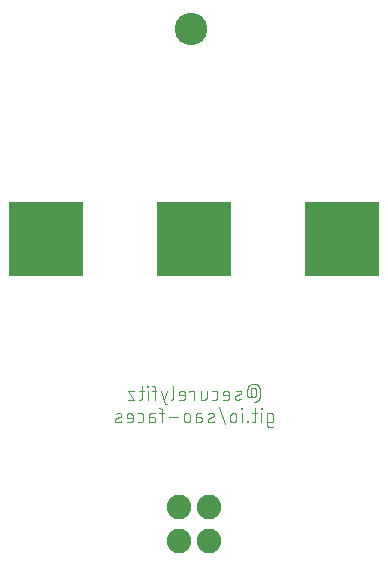
<source format=gbs>
G04 EAGLE Gerber X2 export*
G75*
%MOMM*%
%FSLAX34Y34*%
%LPD*%
%AMOC8*
5,1,8,0,0,1.08239X$1,22.5*%
G01*
%ADD10C,2.743200*%
%ADD11C,0.101600*%
%ADD12R,6.273200X6.273200*%
%ADD13C,2.082800*%


D10*
X238760Y457200D03*
D11*
X289870Y153120D02*
X291818Y153120D01*
X291818Y153119D02*
X291905Y153117D01*
X291993Y153111D01*
X292079Y153101D01*
X292166Y153088D01*
X292251Y153070D01*
X292336Y153049D01*
X292420Y153024D01*
X292502Y152995D01*
X292583Y152962D01*
X292663Y152926D01*
X292741Y152887D01*
X292817Y152843D01*
X292891Y152797D01*
X292962Y152747D01*
X293032Y152694D01*
X293099Y152638D01*
X293163Y152579D01*
X293225Y152517D01*
X293284Y152453D01*
X293340Y152386D01*
X293393Y152316D01*
X293443Y152245D01*
X293489Y152171D01*
X293533Y152095D01*
X293572Y152017D01*
X293608Y151937D01*
X293641Y151856D01*
X293670Y151774D01*
X293695Y151690D01*
X293716Y151605D01*
X293734Y151520D01*
X293747Y151433D01*
X293757Y151347D01*
X293763Y151259D01*
X293765Y151172D01*
X293765Y147278D01*
X293763Y147191D01*
X293757Y147103D01*
X293747Y147017D01*
X293734Y146930D01*
X293716Y146845D01*
X293695Y146760D01*
X293670Y146676D01*
X293641Y146594D01*
X293608Y146513D01*
X293572Y146433D01*
X293533Y146355D01*
X293489Y146279D01*
X293443Y146205D01*
X293393Y146134D01*
X293340Y146064D01*
X293284Y145997D01*
X293225Y145933D01*
X293163Y145871D01*
X293099Y145812D01*
X293032Y145756D01*
X292962Y145703D01*
X292891Y145653D01*
X292817Y145607D01*
X292741Y145563D01*
X292663Y145524D01*
X292583Y145488D01*
X292502Y145455D01*
X292420Y145426D01*
X292336Y145401D01*
X292251Y145380D01*
X292166Y145362D01*
X292079Y145349D01*
X291993Y145339D01*
X291905Y145333D01*
X291818Y145331D01*
X291731Y145333D01*
X291643Y145339D01*
X291557Y145349D01*
X291470Y145362D01*
X291385Y145380D01*
X291300Y145401D01*
X291216Y145426D01*
X291134Y145455D01*
X291053Y145488D01*
X290973Y145524D01*
X290895Y145563D01*
X290819Y145607D01*
X290745Y145653D01*
X290674Y145703D01*
X290604Y145756D01*
X290537Y145812D01*
X290473Y145871D01*
X290411Y145933D01*
X290352Y145997D01*
X290296Y146064D01*
X290243Y146134D01*
X290193Y146205D01*
X290147Y146279D01*
X290103Y146355D01*
X290064Y146433D01*
X290028Y146513D01*
X289995Y146594D01*
X289966Y146676D01*
X289941Y146760D01*
X289920Y146845D01*
X289902Y146930D01*
X289889Y147017D01*
X289879Y147103D01*
X289873Y147191D01*
X289871Y147278D01*
X289870Y146953D02*
X289870Y153120D01*
X289871Y146953D02*
X289869Y146873D01*
X289863Y146794D01*
X289853Y146715D01*
X289840Y146636D01*
X289822Y146559D01*
X289801Y146482D01*
X289776Y146406D01*
X289747Y146332D01*
X289715Y146259D01*
X289679Y146188D01*
X289640Y146119D01*
X289597Y146051D01*
X289552Y145986D01*
X289503Y145923D01*
X289451Y145863D01*
X289396Y145805D01*
X289338Y145750D01*
X289278Y145698D01*
X289215Y145649D01*
X289150Y145604D01*
X289082Y145561D01*
X289013Y145522D01*
X288942Y145486D01*
X288869Y145454D01*
X288795Y145425D01*
X288719Y145400D01*
X288642Y145379D01*
X288565Y145361D01*
X288486Y145348D01*
X288407Y145338D01*
X288328Y145332D01*
X288248Y145330D01*
X288168Y145332D01*
X288089Y145338D01*
X288010Y145348D01*
X287931Y145361D01*
X287854Y145379D01*
X287777Y145400D01*
X287701Y145425D01*
X287627Y145454D01*
X287554Y145486D01*
X287483Y145522D01*
X287414Y145561D01*
X287346Y145604D01*
X287281Y145649D01*
X287218Y145698D01*
X287158Y145750D01*
X287100Y145805D01*
X287045Y145863D01*
X286993Y145923D01*
X286944Y145986D01*
X286899Y146051D01*
X286856Y146119D01*
X286817Y146188D01*
X286781Y146259D01*
X286749Y146332D01*
X286720Y146406D01*
X286695Y146482D01*
X286674Y146559D01*
X286656Y146636D01*
X286643Y146715D01*
X286633Y146794D01*
X286627Y146873D01*
X286625Y146953D01*
X286625Y151821D01*
X286627Y151964D01*
X286633Y152107D01*
X286643Y152250D01*
X286657Y152392D01*
X286674Y152534D01*
X286696Y152676D01*
X286721Y152817D01*
X286751Y152957D01*
X286784Y153096D01*
X286821Y153234D01*
X286862Y153371D01*
X286906Y153507D01*
X286955Y153642D01*
X287007Y153775D01*
X287062Y153907D01*
X287122Y154037D01*
X287185Y154166D01*
X287251Y154293D01*
X287321Y154418D01*
X287394Y154540D01*
X287471Y154661D01*
X287551Y154780D01*
X287634Y154896D01*
X287720Y155011D01*
X287809Y155122D01*
X287902Y155232D01*
X287997Y155338D01*
X288096Y155442D01*
X288197Y155543D01*
X288301Y155642D01*
X288407Y155737D01*
X288517Y155830D01*
X288628Y155919D01*
X288743Y156005D01*
X288859Y156088D01*
X288978Y156168D01*
X289099Y156245D01*
X289222Y156318D01*
X289346Y156388D01*
X289473Y156454D01*
X289602Y156517D01*
X289732Y156577D01*
X289864Y156632D01*
X289997Y156684D01*
X290132Y156733D01*
X290268Y156777D01*
X290405Y156818D01*
X290543Y156855D01*
X290682Y156888D01*
X290822Y156918D01*
X290963Y156943D01*
X291105Y156965D01*
X291247Y156982D01*
X291389Y156996D01*
X291532Y157006D01*
X291675Y157012D01*
X291818Y157014D01*
X291961Y157012D01*
X292104Y157006D01*
X292247Y156996D01*
X292389Y156982D01*
X292531Y156965D01*
X292673Y156943D01*
X292814Y156918D01*
X292954Y156888D01*
X293093Y156855D01*
X293231Y156818D01*
X293368Y156777D01*
X293504Y156733D01*
X293639Y156684D01*
X293772Y156632D01*
X293904Y156577D01*
X294034Y156517D01*
X294163Y156454D01*
X294290Y156388D01*
X294415Y156318D01*
X294537Y156245D01*
X294658Y156168D01*
X294777Y156088D01*
X294893Y156005D01*
X295008Y155919D01*
X295119Y155830D01*
X295229Y155737D01*
X295335Y155642D01*
X295439Y155543D01*
X295540Y155442D01*
X295639Y155338D01*
X295734Y155232D01*
X295827Y155122D01*
X295916Y155011D01*
X296002Y154896D01*
X296085Y154780D01*
X296165Y154661D01*
X296242Y154540D01*
X296315Y154418D01*
X296385Y154293D01*
X296451Y154166D01*
X296514Y154037D01*
X296574Y153907D01*
X296629Y153775D01*
X296681Y153642D01*
X296730Y153507D01*
X296774Y153371D01*
X296815Y153234D01*
X296852Y153096D01*
X296885Y152957D01*
X296915Y152817D01*
X296940Y152676D01*
X296962Y152534D01*
X296979Y152392D01*
X296993Y152250D01*
X297003Y152107D01*
X297009Y151964D01*
X297011Y151821D01*
X297011Y146304D01*
X297009Y146166D01*
X297003Y146028D01*
X296993Y145890D01*
X296980Y145752D01*
X296962Y145615D01*
X296941Y145478D01*
X296915Y145342D01*
X296886Y145207D01*
X296853Y145073D01*
X296816Y144940D01*
X296776Y144807D01*
X296732Y144676D01*
X296684Y144547D01*
X296632Y144418D01*
X296577Y144292D01*
X296518Y144166D01*
X296456Y144043D01*
X296390Y143921D01*
X296321Y143802D01*
X296248Y143684D01*
X296172Y143568D01*
X296093Y143455D01*
X296011Y143344D01*
X295925Y143235D01*
X295837Y143129D01*
X295745Y143025D01*
X295651Y142924D01*
X295554Y142826D01*
X295454Y142730D01*
X295351Y142637D01*
X295246Y142548D01*
X295138Y142461D01*
X295028Y142377D01*
X294916Y142297D01*
X294801Y142219D01*
X294684Y142145D01*
X294566Y142075D01*
X294445Y142007D01*
X294322Y141944D01*
X294198Y141883D01*
X294072Y141826D01*
X293944Y141773D01*
X293815Y141724D01*
X293684Y141678D01*
X293553Y141636D01*
X293420Y141597D01*
X293286Y141563D01*
X293151Y141532D01*
X293016Y141505D01*
X292879Y141482D01*
X292742Y141462D01*
X292605Y141447D01*
X292467Y141436D01*
X280106Y147927D02*
X276860Y146629D01*
X280105Y147926D02*
X280180Y147959D01*
X280254Y147995D01*
X280326Y148034D01*
X280396Y148077D01*
X280463Y148123D01*
X280529Y148173D01*
X280591Y148225D01*
X280652Y148281D01*
X280709Y148339D01*
X280764Y148400D01*
X280815Y148464D01*
X280863Y148530D01*
X280908Y148599D01*
X280950Y148669D01*
X280988Y148742D01*
X281023Y148816D01*
X281054Y148892D01*
X281081Y148969D01*
X281104Y149048D01*
X281124Y149127D01*
X281139Y149208D01*
X281151Y149289D01*
X281159Y149371D01*
X281163Y149452D01*
X281162Y149534D01*
X281158Y149616D01*
X281150Y149698D01*
X281138Y149779D01*
X281122Y149859D01*
X281102Y149939D01*
X281078Y150017D01*
X281050Y150094D01*
X281019Y150170D01*
X280984Y150244D01*
X280946Y150316D01*
X280904Y150387D01*
X280858Y150455D01*
X280810Y150521D01*
X280758Y150584D01*
X280703Y150645D01*
X280645Y150703D01*
X280585Y150759D01*
X280522Y150811D01*
X280456Y150860D01*
X280388Y150906D01*
X280318Y150948D01*
X280246Y150988D01*
X280172Y151023D01*
X280097Y151055D01*
X280020Y151083D01*
X279942Y151107D01*
X279862Y151128D01*
X279782Y151145D01*
X279701Y151157D01*
X279620Y151166D01*
X279538Y151171D01*
X279456Y151172D01*
X279457Y151172D02*
X279280Y151168D01*
X279103Y151159D01*
X278926Y151145D01*
X278749Y151128D01*
X278574Y151106D01*
X278398Y151081D01*
X278224Y151050D01*
X278050Y151016D01*
X277877Y150978D01*
X277705Y150935D01*
X277534Y150888D01*
X277364Y150838D01*
X277195Y150783D01*
X277028Y150724D01*
X276863Y150661D01*
X276698Y150594D01*
X276536Y150523D01*
X276860Y146629D02*
X276785Y146596D01*
X276711Y146560D01*
X276639Y146521D01*
X276569Y146478D01*
X276502Y146432D01*
X276436Y146382D01*
X276374Y146330D01*
X276313Y146274D01*
X276256Y146216D01*
X276201Y146155D01*
X276150Y146091D01*
X276102Y146025D01*
X276057Y145956D01*
X276015Y145886D01*
X275977Y145813D01*
X275942Y145739D01*
X275911Y145663D01*
X275884Y145586D01*
X275861Y145507D01*
X275841Y145428D01*
X275826Y145347D01*
X275814Y145266D01*
X275806Y145184D01*
X275802Y145103D01*
X275803Y145021D01*
X275807Y144939D01*
X275815Y144857D01*
X275827Y144776D01*
X275843Y144696D01*
X275863Y144616D01*
X275887Y144538D01*
X275915Y144461D01*
X275946Y144385D01*
X275981Y144311D01*
X276019Y144239D01*
X276061Y144168D01*
X276107Y144100D01*
X276155Y144034D01*
X276207Y143971D01*
X276262Y143910D01*
X276320Y143852D01*
X276380Y143796D01*
X276443Y143744D01*
X276509Y143695D01*
X276577Y143649D01*
X276647Y143607D01*
X276719Y143567D01*
X276793Y143532D01*
X276868Y143500D01*
X276945Y143472D01*
X277023Y143448D01*
X277103Y143427D01*
X277183Y143410D01*
X277264Y143398D01*
X277345Y143389D01*
X277427Y143384D01*
X277509Y143383D01*
X277769Y143390D01*
X278029Y143403D01*
X278289Y143422D01*
X278548Y143447D01*
X278807Y143479D01*
X279064Y143516D01*
X279321Y143560D01*
X279577Y143609D01*
X279831Y143665D01*
X280084Y143726D01*
X280335Y143794D01*
X280585Y143868D01*
X280833Y143947D01*
X281079Y144032D01*
X269226Y143383D02*
X265980Y143383D01*
X269226Y143383D02*
X269313Y143385D01*
X269401Y143391D01*
X269487Y143401D01*
X269574Y143414D01*
X269659Y143432D01*
X269744Y143453D01*
X269828Y143478D01*
X269910Y143507D01*
X269991Y143540D01*
X270071Y143576D01*
X270149Y143615D01*
X270225Y143659D01*
X270299Y143705D01*
X270370Y143755D01*
X270440Y143808D01*
X270507Y143864D01*
X270571Y143923D01*
X270633Y143985D01*
X270692Y144049D01*
X270748Y144116D01*
X270801Y144186D01*
X270851Y144257D01*
X270897Y144331D01*
X270941Y144407D01*
X270980Y144485D01*
X271016Y144565D01*
X271049Y144646D01*
X271078Y144728D01*
X271103Y144812D01*
X271124Y144897D01*
X271142Y144982D01*
X271155Y145069D01*
X271165Y145155D01*
X271171Y145243D01*
X271173Y145330D01*
X271173Y148576D01*
X271171Y148677D01*
X271165Y148777D01*
X271155Y148877D01*
X271142Y148977D01*
X271124Y149076D01*
X271103Y149175D01*
X271078Y149272D01*
X271049Y149369D01*
X271016Y149464D01*
X270980Y149558D01*
X270940Y149650D01*
X270897Y149741D01*
X270850Y149830D01*
X270800Y149917D01*
X270746Y150003D01*
X270689Y150086D01*
X270629Y150166D01*
X270566Y150245D01*
X270499Y150321D01*
X270430Y150394D01*
X270358Y150464D01*
X270284Y150532D01*
X270207Y150597D01*
X270127Y150658D01*
X270045Y150717D01*
X269961Y150772D01*
X269875Y150824D01*
X269787Y150873D01*
X269697Y150918D01*
X269605Y150960D01*
X269512Y150998D01*
X269417Y151032D01*
X269322Y151063D01*
X269225Y151090D01*
X269127Y151113D01*
X269028Y151133D01*
X268928Y151148D01*
X268828Y151160D01*
X268728Y151168D01*
X268627Y151172D01*
X268527Y151172D01*
X268426Y151168D01*
X268326Y151160D01*
X268226Y151148D01*
X268126Y151133D01*
X268027Y151113D01*
X267929Y151090D01*
X267832Y151063D01*
X267737Y151032D01*
X267642Y150998D01*
X267549Y150960D01*
X267457Y150918D01*
X267367Y150873D01*
X267279Y150824D01*
X267193Y150772D01*
X267109Y150717D01*
X267027Y150658D01*
X266947Y150597D01*
X266870Y150532D01*
X266796Y150464D01*
X266724Y150394D01*
X266655Y150321D01*
X266588Y150245D01*
X266525Y150166D01*
X266465Y150086D01*
X266408Y150003D01*
X266354Y149917D01*
X266304Y149830D01*
X266257Y149741D01*
X266214Y149650D01*
X266174Y149558D01*
X266138Y149464D01*
X266105Y149369D01*
X266076Y149272D01*
X266051Y149175D01*
X266030Y149076D01*
X266012Y148977D01*
X265999Y148877D01*
X265989Y148777D01*
X265983Y148677D01*
X265981Y148576D01*
X265980Y148576D02*
X265980Y147278D01*
X271173Y147278D01*
X259307Y143383D02*
X256710Y143383D01*
X259307Y143383D02*
X259394Y143385D01*
X259482Y143391D01*
X259568Y143401D01*
X259655Y143414D01*
X259740Y143432D01*
X259825Y143453D01*
X259909Y143478D01*
X259991Y143507D01*
X260072Y143540D01*
X260152Y143576D01*
X260230Y143615D01*
X260306Y143659D01*
X260380Y143705D01*
X260451Y143755D01*
X260521Y143808D01*
X260588Y143864D01*
X260652Y143923D01*
X260714Y143985D01*
X260773Y144049D01*
X260829Y144116D01*
X260882Y144186D01*
X260932Y144257D01*
X260978Y144331D01*
X261022Y144407D01*
X261061Y144485D01*
X261097Y144565D01*
X261130Y144646D01*
X261159Y144728D01*
X261184Y144812D01*
X261205Y144897D01*
X261223Y144982D01*
X261236Y145069D01*
X261246Y145155D01*
X261252Y145243D01*
X261254Y145330D01*
X261254Y149225D01*
X261252Y149312D01*
X261246Y149400D01*
X261236Y149486D01*
X261223Y149573D01*
X261205Y149658D01*
X261184Y149743D01*
X261159Y149827D01*
X261130Y149909D01*
X261097Y149990D01*
X261061Y150070D01*
X261022Y150148D01*
X260978Y150224D01*
X260932Y150298D01*
X260882Y150369D01*
X260829Y150439D01*
X260773Y150506D01*
X260714Y150570D01*
X260652Y150632D01*
X260588Y150691D01*
X260521Y150747D01*
X260451Y150800D01*
X260380Y150850D01*
X260306Y150896D01*
X260230Y150940D01*
X260152Y150979D01*
X260072Y151015D01*
X259991Y151048D01*
X259909Y151077D01*
X259825Y151102D01*
X259740Y151123D01*
X259655Y151141D01*
X259568Y151154D01*
X259482Y151164D01*
X259394Y151170D01*
X259307Y151172D01*
X256710Y151172D01*
X252123Y151172D02*
X252123Y145330D01*
X252121Y145243D01*
X252115Y145155D01*
X252105Y145069D01*
X252092Y144982D01*
X252074Y144897D01*
X252053Y144812D01*
X252028Y144728D01*
X251999Y144646D01*
X251966Y144565D01*
X251930Y144485D01*
X251891Y144407D01*
X251847Y144331D01*
X251801Y144257D01*
X251751Y144186D01*
X251698Y144116D01*
X251642Y144049D01*
X251583Y143985D01*
X251521Y143923D01*
X251457Y143864D01*
X251390Y143808D01*
X251320Y143755D01*
X251249Y143705D01*
X251175Y143659D01*
X251099Y143615D01*
X251021Y143576D01*
X250941Y143540D01*
X250860Y143507D01*
X250778Y143478D01*
X250694Y143453D01*
X250609Y143432D01*
X250524Y143414D01*
X250437Y143401D01*
X250351Y143391D01*
X250263Y143385D01*
X250176Y143383D01*
X246930Y143383D01*
X246930Y151172D01*
X241389Y151172D02*
X241389Y143383D01*
X241389Y151172D02*
X237494Y151172D01*
X237494Y149874D01*
X231888Y143383D02*
X228642Y143383D01*
X231888Y143383D02*
X231975Y143385D01*
X232063Y143391D01*
X232149Y143401D01*
X232236Y143414D01*
X232321Y143432D01*
X232406Y143453D01*
X232490Y143478D01*
X232572Y143507D01*
X232653Y143540D01*
X232733Y143576D01*
X232811Y143615D01*
X232887Y143659D01*
X232961Y143705D01*
X233032Y143755D01*
X233102Y143808D01*
X233169Y143864D01*
X233233Y143923D01*
X233295Y143985D01*
X233354Y144049D01*
X233410Y144116D01*
X233463Y144186D01*
X233513Y144257D01*
X233559Y144331D01*
X233603Y144407D01*
X233642Y144485D01*
X233678Y144565D01*
X233711Y144646D01*
X233740Y144728D01*
X233765Y144812D01*
X233786Y144897D01*
X233804Y144982D01*
X233817Y145069D01*
X233827Y145155D01*
X233833Y145243D01*
X233835Y145330D01*
X233835Y148576D01*
X233833Y148677D01*
X233827Y148777D01*
X233817Y148877D01*
X233804Y148977D01*
X233786Y149076D01*
X233765Y149175D01*
X233740Y149272D01*
X233711Y149369D01*
X233678Y149464D01*
X233642Y149558D01*
X233602Y149650D01*
X233559Y149741D01*
X233512Y149830D01*
X233462Y149917D01*
X233408Y150003D01*
X233351Y150086D01*
X233291Y150166D01*
X233228Y150245D01*
X233161Y150321D01*
X233092Y150394D01*
X233020Y150464D01*
X232946Y150532D01*
X232869Y150597D01*
X232789Y150658D01*
X232707Y150717D01*
X232623Y150772D01*
X232537Y150824D01*
X232449Y150873D01*
X232359Y150918D01*
X232267Y150960D01*
X232174Y150998D01*
X232079Y151032D01*
X231984Y151063D01*
X231887Y151090D01*
X231789Y151113D01*
X231690Y151133D01*
X231590Y151148D01*
X231490Y151160D01*
X231390Y151168D01*
X231289Y151172D01*
X231189Y151172D01*
X231088Y151168D01*
X230988Y151160D01*
X230888Y151148D01*
X230788Y151133D01*
X230689Y151113D01*
X230591Y151090D01*
X230494Y151063D01*
X230399Y151032D01*
X230304Y150998D01*
X230211Y150960D01*
X230119Y150918D01*
X230029Y150873D01*
X229941Y150824D01*
X229855Y150772D01*
X229771Y150717D01*
X229689Y150658D01*
X229609Y150597D01*
X229532Y150532D01*
X229458Y150464D01*
X229386Y150394D01*
X229317Y150321D01*
X229250Y150245D01*
X229187Y150166D01*
X229127Y150086D01*
X229070Y150003D01*
X229016Y149917D01*
X228966Y149830D01*
X228919Y149741D01*
X228876Y149650D01*
X228836Y149558D01*
X228800Y149464D01*
X228767Y149369D01*
X228738Y149272D01*
X228713Y149175D01*
X228692Y149076D01*
X228674Y148977D01*
X228661Y148877D01*
X228651Y148777D01*
X228645Y148677D01*
X228643Y148576D01*
X228642Y148576D02*
X228642Y147278D01*
X233835Y147278D01*
X223780Y145330D02*
X223780Y155067D01*
X223779Y145330D02*
X223777Y145243D01*
X223771Y145155D01*
X223761Y145069D01*
X223748Y144982D01*
X223730Y144897D01*
X223709Y144812D01*
X223684Y144728D01*
X223655Y144646D01*
X223622Y144565D01*
X223586Y144485D01*
X223547Y144407D01*
X223503Y144331D01*
X223457Y144257D01*
X223407Y144186D01*
X223354Y144116D01*
X223298Y144049D01*
X223239Y143985D01*
X223177Y143923D01*
X223113Y143864D01*
X223046Y143808D01*
X222976Y143755D01*
X222905Y143705D01*
X222831Y143659D01*
X222755Y143615D01*
X222677Y143576D01*
X222597Y143540D01*
X222516Y143507D01*
X222434Y143478D01*
X222350Y143453D01*
X222265Y143432D01*
X222180Y143414D01*
X222093Y143401D01*
X222007Y143391D01*
X221919Y143385D01*
X221832Y143383D01*
X218214Y139488D02*
X216916Y139488D01*
X213021Y151172D01*
X218214Y151172D02*
X215618Y143383D01*
X208063Y143383D02*
X208063Y153120D01*
X208062Y153120D02*
X208060Y153207D01*
X208054Y153295D01*
X208044Y153381D01*
X208031Y153468D01*
X208013Y153553D01*
X207992Y153638D01*
X207967Y153722D01*
X207938Y153804D01*
X207905Y153885D01*
X207869Y153965D01*
X207830Y154043D01*
X207786Y154119D01*
X207740Y154193D01*
X207690Y154264D01*
X207637Y154334D01*
X207581Y154401D01*
X207522Y154465D01*
X207460Y154527D01*
X207396Y154586D01*
X207329Y154642D01*
X207259Y154695D01*
X207188Y154745D01*
X207114Y154791D01*
X207038Y154835D01*
X206960Y154874D01*
X206880Y154910D01*
X206799Y154943D01*
X206717Y154972D01*
X206633Y154997D01*
X206548Y155018D01*
X206463Y155036D01*
X206376Y155049D01*
X206290Y155059D01*
X206202Y155065D01*
X206115Y155067D01*
X205466Y155067D01*
X205466Y151172D02*
X209361Y151172D01*
X202283Y151172D02*
X202283Y143383D01*
X202607Y154418D02*
X202607Y155067D01*
X201958Y155067D01*
X201958Y154418D01*
X202607Y154418D01*
X198608Y151172D02*
X194713Y151172D01*
X197309Y155067D02*
X197309Y145330D01*
X197307Y145243D01*
X197301Y145155D01*
X197291Y145069D01*
X197278Y144982D01*
X197260Y144897D01*
X197239Y144812D01*
X197214Y144728D01*
X197185Y144646D01*
X197152Y144565D01*
X197116Y144485D01*
X197077Y144407D01*
X197033Y144331D01*
X196987Y144257D01*
X196937Y144186D01*
X196884Y144116D01*
X196828Y144049D01*
X196769Y143985D01*
X196707Y143923D01*
X196643Y143864D01*
X196576Y143808D01*
X196506Y143755D01*
X196435Y143705D01*
X196361Y143659D01*
X196285Y143615D01*
X196207Y143576D01*
X196127Y143540D01*
X196046Y143507D01*
X195964Y143478D01*
X195880Y143453D01*
X195795Y143432D01*
X195710Y143414D01*
X195623Y143401D01*
X195537Y143391D01*
X195449Y143385D01*
X195362Y143383D01*
X194713Y143383D01*
X190782Y151172D02*
X185589Y151172D01*
X190782Y143383D01*
X185589Y143383D01*
X303284Y124333D02*
X306530Y124333D01*
X306617Y124335D01*
X306705Y124341D01*
X306791Y124351D01*
X306878Y124364D01*
X306963Y124382D01*
X307048Y124403D01*
X307132Y124428D01*
X307214Y124457D01*
X307295Y124490D01*
X307375Y124526D01*
X307453Y124565D01*
X307529Y124609D01*
X307603Y124655D01*
X307674Y124705D01*
X307744Y124758D01*
X307811Y124814D01*
X307875Y124873D01*
X307937Y124935D01*
X307996Y124999D01*
X308052Y125066D01*
X308105Y125136D01*
X308155Y125207D01*
X308201Y125281D01*
X308245Y125357D01*
X308284Y125435D01*
X308320Y125515D01*
X308353Y125596D01*
X308382Y125678D01*
X308407Y125762D01*
X308428Y125847D01*
X308446Y125932D01*
X308459Y126019D01*
X308469Y126105D01*
X308475Y126193D01*
X308477Y126280D01*
X308477Y130175D01*
X308475Y130262D01*
X308469Y130350D01*
X308459Y130436D01*
X308446Y130523D01*
X308428Y130608D01*
X308407Y130693D01*
X308382Y130777D01*
X308353Y130859D01*
X308320Y130940D01*
X308284Y131020D01*
X308245Y131098D01*
X308201Y131174D01*
X308155Y131248D01*
X308105Y131319D01*
X308052Y131389D01*
X307996Y131456D01*
X307937Y131520D01*
X307875Y131582D01*
X307811Y131641D01*
X307744Y131697D01*
X307674Y131750D01*
X307603Y131800D01*
X307529Y131846D01*
X307453Y131890D01*
X307375Y131929D01*
X307295Y131965D01*
X307214Y131998D01*
X307132Y132027D01*
X307048Y132052D01*
X306963Y132073D01*
X306878Y132091D01*
X306791Y132104D01*
X306705Y132114D01*
X306617Y132120D01*
X306530Y132122D01*
X303284Y132122D01*
X303284Y122386D01*
X303285Y122386D02*
X303287Y122299D01*
X303293Y122211D01*
X303303Y122125D01*
X303316Y122038D01*
X303334Y121953D01*
X303355Y121868D01*
X303380Y121784D01*
X303409Y121702D01*
X303442Y121621D01*
X303478Y121541D01*
X303517Y121463D01*
X303561Y121387D01*
X303607Y121313D01*
X303657Y121242D01*
X303710Y121172D01*
X303766Y121105D01*
X303825Y121041D01*
X303887Y120979D01*
X303951Y120920D01*
X304018Y120864D01*
X304088Y120811D01*
X304159Y120761D01*
X304233Y120715D01*
X304309Y120671D01*
X304387Y120632D01*
X304467Y120596D01*
X304548Y120563D01*
X304630Y120534D01*
X304714Y120509D01*
X304799Y120488D01*
X304884Y120470D01*
X304971Y120457D01*
X305057Y120447D01*
X305145Y120441D01*
X305232Y120439D01*
X305232Y120438D02*
X307828Y120438D01*
X298202Y124333D02*
X298202Y132122D01*
X298526Y135368D02*
X298526Y136017D01*
X297877Y136017D01*
X297877Y135368D01*
X298526Y135368D01*
X294526Y132122D02*
X290632Y132122D01*
X293228Y136017D02*
X293228Y126280D01*
X293226Y126193D01*
X293220Y126105D01*
X293210Y126019D01*
X293197Y125932D01*
X293179Y125847D01*
X293158Y125762D01*
X293133Y125678D01*
X293104Y125596D01*
X293071Y125515D01*
X293035Y125435D01*
X292996Y125357D01*
X292952Y125281D01*
X292906Y125207D01*
X292856Y125136D01*
X292803Y125066D01*
X292747Y124999D01*
X292688Y124935D01*
X292626Y124873D01*
X292562Y124814D01*
X292495Y124758D01*
X292425Y124705D01*
X292354Y124655D01*
X292280Y124609D01*
X292204Y124565D01*
X292126Y124526D01*
X292046Y124490D01*
X291965Y124457D01*
X291883Y124428D01*
X291799Y124403D01*
X291714Y124382D01*
X291629Y124364D01*
X291542Y124351D01*
X291456Y124341D01*
X291368Y124335D01*
X291281Y124333D01*
X290632Y124333D01*
X286715Y124333D02*
X286715Y124982D01*
X286066Y124982D01*
X286066Y124333D01*
X286715Y124333D01*
X281819Y124333D02*
X281819Y132122D01*
X282143Y135368D02*
X282143Y136017D01*
X281494Y136017D01*
X281494Y135368D01*
X282143Y135368D01*
X277176Y129526D02*
X277176Y126929D01*
X277176Y129526D02*
X277174Y129627D01*
X277168Y129727D01*
X277158Y129827D01*
X277145Y129927D01*
X277127Y130026D01*
X277106Y130125D01*
X277081Y130222D01*
X277052Y130319D01*
X277019Y130414D01*
X276983Y130508D01*
X276943Y130600D01*
X276900Y130691D01*
X276853Y130780D01*
X276803Y130867D01*
X276749Y130953D01*
X276692Y131036D01*
X276632Y131116D01*
X276569Y131195D01*
X276502Y131271D01*
X276433Y131344D01*
X276361Y131414D01*
X276287Y131482D01*
X276210Y131547D01*
X276130Y131608D01*
X276048Y131667D01*
X275964Y131722D01*
X275878Y131774D01*
X275790Y131823D01*
X275700Y131868D01*
X275608Y131910D01*
X275515Y131948D01*
X275420Y131982D01*
X275325Y132013D01*
X275228Y132040D01*
X275130Y132063D01*
X275031Y132083D01*
X274931Y132098D01*
X274831Y132110D01*
X274731Y132118D01*
X274630Y132122D01*
X274530Y132122D01*
X274429Y132118D01*
X274329Y132110D01*
X274229Y132098D01*
X274129Y132083D01*
X274030Y132063D01*
X273932Y132040D01*
X273835Y132013D01*
X273740Y131982D01*
X273645Y131948D01*
X273552Y131910D01*
X273460Y131868D01*
X273370Y131823D01*
X273282Y131774D01*
X273196Y131722D01*
X273112Y131667D01*
X273030Y131608D01*
X272950Y131547D01*
X272873Y131482D01*
X272799Y131414D01*
X272727Y131344D01*
X272658Y131271D01*
X272591Y131195D01*
X272528Y131116D01*
X272468Y131036D01*
X272411Y130953D01*
X272357Y130867D01*
X272307Y130780D01*
X272260Y130691D01*
X272217Y130600D01*
X272177Y130508D01*
X272141Y130414D01*
X272108Y130319D01*
X272079Y130222D01*
X272054Y130125D01*
X272033Y130026D01*
X272015Y129927D01*
X272002Y129827D01*
X271992Y129727D01*
X271986Y129627D01*
X271984Y129526D01*
X271983Y129526D02*
X271983Y126929D01*
X271984Y126929D02*
X271986Y126828D01*
X271992Y126728D01*
X272002Y126628D01*
X272015Y126528D01*
X272033Y126429D01*
X272054Y126330D01*
X272079Y126233D01*
X272108Y126136D01*
X272141Y126041D01*
X272177Y125947D01*
X272217Y125855D01*
X272260Y125764D01*
X272307Y125675D01*
X272357Y125588D01*
X272411Y125502D01*
X272468Y125419D01*
X272528Y125339D01*
X272591Y125260D01*
X272658Y125184D01*
X272727Y125111D01*
X272799Y125041D01*
X272873Y124973D01*
X272950Y124908D01*
X273030Y124847D01*
X273112Y124788D01*
X273196Y124733D01*
X273282Y124681D01*
X273370Y124632D01*
X273460Y124587D01*
X273552Y124545D01*
X273645Y124507D01*
X273740Y124473D01*
X273835Y124442D01*
X273932Y124415D01*
X274030Y124392D01*
X274129Y124372D01*
X274229Y124357D01*
X274329Y124345D01*
X274429Y124337D01*
X274530Y124333D01*
X274630Y124333D01*
X274731Y124337D01*
X274831Y124345D01*
X274931Y124357D01*
X275031Y124372D01*
X275130Y124392D01*
X275228Y124415D01*
X275325Y124442D01*
X275420Y124473D01*
X275515Y124507D01*
X275608Y124545D01*
X275700Y124587D01*
X275790Y124632D01*
X275878Y124681D01*
X275964Y124733D01*
X276048Y124788D01*
X276130Y124847D01*
X276210Y124908D01*
X276287Y124973D01*
X276361Y125041D01*
X276433Y125111D01*
X276502Y125184D01*
X276569Y125260D01*
X276632Y125339D01*
X276692Y125419D01*
X276749Y125502D01*
X276803Y125588D01*
X276853Y125675D01*
X276900Y125764D01*
X276943Y125855D01*
X276983Y125947D01*
X277019Y126041D01*
X277052Y126136D01*
X277081Y126233D01*
X277106Y126330D01*
X277127Y126429D01*
X277145Y126528D01*
X277158Y126628D01*
X277168Y126728D01*
X277174Y126828D01*
X277176Y126929D01*
X267651Y123035D02*
X262458Y137315D01*
X257153Y128877D02*
X253907Y127579D01*
X257153Y128876D02*
X257228Y128909D01*
X257302Y128945D01*
X257374Y128984D01*
X257444Y129027D01*
X257511Y129073D01*
X257577Y129123D01*
X257639Y129175D01*
X257700Y129231D01*
X257757Y129289D01*
X257812Y129350D01*
X257863Y129414D01*
X257911Y129480D01*
X257956Y129549D01*
X257998Y129619D01*
X258036Y129692D01*
X258071Y129766D01*
X258102Y129842D01*
X258129Y129919D01*
X258152Y129998D01*
X258172Y130077D01*
X258187Y130158D01*
X258199Y130239D01*
X258207Y130321D01*
X258211Y130402D01*
X258210Y130484D01*
X258206Y130566D01*
X258198Y130648D01*
X258186Y130729D01*
X258170Y130809D01*
X258150Y130889D01*
X258126Y130967D01*
X258098Y131044D01*
X258067Y131120D01*
X258032Y131194D01*
X257994Y131266D01*
X257952Y131337D01*
X257906Y131405D01*
X257858Y131471D01*
X257806Y131534D01*
X257751Y131595D01*
X257693Y131653D01*
X257633Y131709D01*
X257570Y131761D01*
X257504Y131810D01*
X257436Y131856D01*
X257366Y131898D01*
X257294Y131938D01*
X257220Y131973D01*
X257145Y132005D01*
X257068Y132033D01*
X256990Y132057D01*
X256910Y132078D01*
X256830Y132095D01*
X256749Y132107D01*
X256668Y132116D01*
X256586Y132121D01*
X256504Y132122D01*
X256327Y132118D01*
X256150Y132109D01*
X255973Y132095D01*
X255796Y132078D01*
X255621Y132056D01*
X255445Y132031D01*
X255271Y132000D01*
X255097Y131966D01*
X254924Y131928D01*
X254752Y131885D01*
X254581Y131838D01*
X254411Y131788D01*
X254242Y131733D01*
X254075Y131674D01*
X253910Y131611D01*
X253745Y131544D01*
X253583Y131473D01*
X253907Y127579D02*
X253832Y127546D01*
X253758Y127510D01*
X253686Y127471D01*
X253616Y127428D01*
X253549Y127382D01*
X253483Y127332D01*
X253421Y127280D01*
X253360Y127224D01*
X253303Y127166D01*
X253248Y127105D01*
X253197Y127041D01*
X253149Y126975D01*
X253104Y126906D01*
X253062Y126836D01*
X253024Y126763D01*
X252989Y126689D01*
X252958Y126613D01*
X252931Y126536D01*
X252908Y126457D01*
X252888Y126378D01*
X252873Y126297D01*
X252861Y126216D01*
X252853Y126134D01*
X252849Y126053D01*
X252850Y125971D01*
X252854Y125889D01*
X252862Y125807D01*
X252874Y125726D01*
X252890Y125646D01*
X252910Y125566D01*
X252934Y125488D01*
X252962Y125411D01*
X252993Y125335D01*
X253028Y125261D01*
X253066Y125189D01*
X253108Y125118D01*
X253154Y125050D01*
X253202Y124984D01*
X253254Y124921D01*
X253309Y124860D01*
X253367Y124802D01*
X253427Y124746D01*
X253490Y124694D01*
X253556Y124645D01*
X253624Y124599D01*
X253694Y124557D01*
X253766Y124517D01*
X253840Y124482D01*
X253915Y124450D01*
X253992Y124422D01*
X254070Y124398D01*
X254150Y124377D01*
X254230Y124360D01*
X254311Y124348D01*
X254392Y124339D01*
X254474Y124334D01*
X254556Y124333D01*
X254816Y124340D01*
X255076Y124353D01*
X255336Y124372D01*
X255595Y124397D01*
X255854Y124429D01*
X256111Y124466D01*
X256368Y124510D01*
X256624Y124559D01*
X256878Y124615D01*
X257131Y124676D01*
X257382Y124744D01*
X257632Y124818D01*
X257880Y124897D01*
X258126Y124982D01*
X246007Y128877D02*
X243086Y128877D01*
X246007Y128877D02*
X246101Y128875D01*
X246195Y128869D01*
X246288Y128860D01*
X246381Y128846D01*
X246473Y128829D01*
X246565Y128807D01*
X246655Y128783D01*
X246745Y128754D01*
X246833Y128722D01*
X246920Y128686D01*
X247005Y128646D01*
X247088Y128603D01*
X247170Y128557D01*
X247250Y128507D01*
X247327Y128454D01*
X247402Y128398D01*
X247475Y128339D01*
X247546Y128277D01*
X247614Y128212D01*
X247679Y128144D01*
X247741Y128073D01*
X247800Y128000D01*
X247856Y127925D01*
X247909Y127848D01*
X247959Y127768D01*
X248005Y127686D01*
X248048Y127603D01*
X248088Y127518D01*
X248124Y127431D01*
X248156Y127343D01*
X248185Y127253D01*
X248209Y127163D01*
X248231Y127071D01*
X248248Y126979D01*
X248262Y126886D01*
X248271Y126793D01*
X248277Y126699D01*
X248279Y126605D01*
X248277Y126511D01*
X248271Y126417D01*
X248262Y126324D01*
X248248Y126231D01*
X248231Y126139D01*
X248209Y126047D01*
X248185Y125957D01*
X248156Y125867D01*
X248124Y125779D01*
X248088Y125692D01*
X248048Y125607D01*
X248005Y125524D01*
X247959Y125442D01*
X247909Y125362D01*
X247856Y125285D01*
X247800Y125210D01*
X247741Y125137D01*
X247679Y125066D01*
X247614Y124998D01*
X247546Y124933D01*
X247475Y124871D01*
X247402Y124812D01*
X247327Y124756D01*
X247250Y124703D01*
X247170Y124653D01*
X247088Y124607D01*
X247005Y124564D01*
X246920Y124524D01*
X246833Y124488D01*
X246745Y124456D01*
X246655Y124427D01*
X246565Y124403D01*
X246473Y124381D01*
X246381Y124364D01*
X246288Y124350D01*
X246195Y124341D01*
X246101Y124335D01*
X246007Y124333D01*
X243086Y124333D01*
X243086Y130175D01*
X243087Y130175D02*
X243089Y130262D01*
X243095Y130350D01*
X243105Y130436D01*
X243118Y130523D01*
X243136Y130608D01*
X243157Y130693D01*
X243182Y130777D01*
X243211Y130859D01*
X243244Y130940D01*
X243280Y131020D01*
X243319Y131098D01*
X243363Y131174D01*
X243409Y131248D01*
X243459Y131319D01*
X243512Y131389D01*
X243568Y131456D01*
X243627Y131521D01*
X243689Y131582D01*
X243753Y131641D01*
X243820Y131697D01*
X243890Y131750D01*
X243961Y131800D01*
X244035Y131846D01*
X244111Y131890D01*
X244189Y131929D01*
X244269Y131965D01*
X244350Y131998D01*
X244432Y132027D01*
X244516Y132052D01*
X244601Y132073D01*
X244686Y132091D01*
X244773Y132104D01*
X244860Y132114D01*
X244947Y132120D01*
X245034Y132122D01*
X247630Y132122D01*
X237933Y129526D02*
X237933Y126929D01*
X237933Y129526D02*
X237931Y129627D01*
X237925Y129727D01*
X237915Y129827D01*
X237902Y129927D01*
X237884Y130026D01*
X237863Y130125D01*
X237838Y130222D01*
X237809Y130319D01*
X237776Y130414D01*
X237740Y130508D01*
X237700Y130600D01*
X237657Y130691D01*
X237610Y130780D01*
X237560Y130867D01*
X237506Y130953D01*
X237449Y131036D01*
X237389Y131116D01*
X237326Y131195D01*
X237259Y131271D01*
X237190Y131344D01*
X237118Y131414D01*
X237044Y131482D01*
X236967Y131547D01*
X236887Y131608D01*
X236805Y131667D01*
X236721Y131722D01*
X236635Y131774D01*
X236547Y131823D01*
X236457Y131868D01*
X236365Y131910D01*
X236272Y131948D01*
X236177Y131982D01*
X236082Y132013D01*
X235985Y132040D01*
X235887Y132063D01*
X235788Y132083D01*
X235688Y132098D01*
X235588Y132110D01*
X235488Y132118D01*
X235387Y132122D01*
X235287Y132122D01*
X235186Y132118D01*
X235086Y132110D01*
X234986Y132098D01*
X234886Y132083D01*
X234787Y132063D01*
X234689Y132040D01*
X234592Y132013D01*
X234497Y131982D01*
X234402Y131948D01*
X234309Y131910D01*
X234217Y131868D01*
X234127Y131823D01*
X234039Y131774D01*
X233953Y131722D01*
X233869Y131667D01*
X233787Y131608D01*
X233707Y131547D01*
X233630Y131482D01*
X233556Y131414D01*
X233484Y131344D01*
X233415Y131271D01*
X233348Y131195D01*
X233285Y131116D01*
X233225Y131036D01*
X233168Y130953D01*
X233114Y130867D01*
X233064Y130780D01*
X233017Y130691D01*
X232974Y130600D01*
X232934Y130508D01*
X232898Y130414D01*
X232865Y130319D01*
X232836Y130222D01*
X232811Y130125D01*
X232790Y130026D01*
X232772Y129927D01*
X232759Y129827D01*
X232749Y129727D01*
X232743Y129627D01*
X232741Y129526D01*
X232740Y129526D02*
X232740Y126929D01*
X232741Y126929D02*
X232743Y126828D01*
X232749Y126728D01*
X232759Y126628D01*
X232772Y126528D01*
X232790Y126429D01*
X232811Y126330D01*
X232836Y126233D01*
X232865Y126136D01*
X232898Y126041D01*
X232934Y125947D01*
X232974Y125855D01*
X233017Y125764D01*
X233064Y125675D01*
X233114Y125588D01*
X233168Y125502D01*
X233225Y125419D01*
X233285Y125339D01*
X233348Y125260D01*
X233415Y125184D01*
X233484Y125111D01*
X233556Y125041D01*
X233630Y124973D01*
X233707Y124908D01*
X233787Y124847D01*
X233869Y124788D01*
X233953Y124733D01*
X234039Y124681D01*
X234127Y124632D01*
X234217Y124587D01*
X234309Y124545D01*
X234402Y124507D01*
X234497Y124473D01*
X234592Y124442D01*
X234689Y124415D01*
X234787Y124392D01*
X234886Y124372D01*
X234986Y124357D01*
X235086Y124345D01*
X235186Y124337D01*
X235287Y124333D01*
X235387Y124333D01*
X235488Y124337D01*
X235588Y124345D01*
X235688Y124357D01*
X235788Y124372D01*
X235887Y124392D01*
X235985Y124415D01*
X236082Y124442D01*
X236177Y124473D01*
X236272Y124507D01*
X236365Y124545D01*
X236457Y124587D01*
X236547Y124632D01*
X236635Y124681D01*
X236721Y124733D01*
X236805Y124788D01*
X236887Y124847D01*
X236967Y124908D01*
X237044Y124973D01*
X237118Y125041D01*
X237190Y125111D01*
X237259Y125184D01*
X237326Y125260D01*
X237389Y125339D01*
X237449Y125419D01*
X237506Y125502D01*
X237560Y125588D01*
X237610Y125675D01*
X237657Y125764D01*
X237700Y125855D01*
X237740Y125947D01*
X237776Y126041D01*
X237809Y126136D01*
X237838Y126233D01*
X237863Y126330D01*
X237884Y126429D01*
X237902Y126528D01*
X237915Y126628D01*
X237925Y126728D01*
X237931Y126828D01*
X237933Y126929D01*
X227802Y128877D02*
X220012Y128877D01*
X214447Y124333D02*
X214447Y134070D01*
X214446Y134070D02*
X214444Y134157D01*
X214438Y134245D01*
X214428Y134331D01*
X214415Y134418D01*
X214397Y134503D01*
X214376Y134588D01*
X214351Y134672D01*
X214322Y134754D01*
X214289Y134835D01*
X214253Y134915D01*
X214214Y134993D01*
X214170Y135069D01*
X214124Y135143D01*
X214074Y135214D01*
X214021Y135284D01*
X213965Y135351D01*
X213906Y135415D01*
X213844Y135477D01*
X213780Y135536D01*
X213713Y135592D01*
X213643Y135645D01*
X213572Y135695D01*
X213498Y135741D01*
X213422Y135785D01*
X213344Y135824D01*
X213264Y135860D01*
X213183Y135893D01*
X213101Y135922D01*
X213017Y135947D01*
X212932Y135968D01*
X212847Y135986D01*
X212760Y135999D01*
X212674Y136009D01*
X212586Y136015D01*
X212499Y136017D01*
X211850Y136017D01*
X211850Y132122D02*
X215745Y132122D01*
X206383Y128877D02*
X203462Y128877D01*
X206383Y128877D02*
X206477Y128875D01*
X206571Y128869D01*
X206664Y128860D01*
X206757Y128846D01*
X206849Y128829D01*
X206941Y128807D01*
X207031Y128783D01*
X207121Y128754D01*
X207209Y128722D01*
X207296Y128686D01*
X207381Y128646D01*
X207464Y128603D01*
X207546Y128557D01*
X207626Y128507D01*
X207703Y128454D01*
X207778Y128398D01*
X207851Y128339D01*
X207922Y128277D01*
X207990Y128212D01*
X208055Y128144D01*
X208117Y128073D01*
X208176Y128000D01*
X208232Y127925D01*
X208285Y127848D01*
X208335Y127768D01*
X208381Y127686D01*
X208424Y127603D01*
X208464Y127518D01*
X208500Y127431D01*
X208532Y127343D01*
X208561Y127253D01*
X208585Y127163D01*
X208607Y127071D01*
X208624Y126979D01*
X208638Y126886D01*
X208647Y126793D01*
X208653Y126699D01*
X208655Y126605D01*
X208653Y126511D01*
X208647Y126417D01*
X208638Y126324D01*
X208624Y126231D01*
X208607Y126139D01*
X208585Y126047D01*
X208561Y125957D01*
X208532Y125867D01*
X208500Y125779D01*
X208464Y125692D01*
X208424Y125607D01*
X208381Y125524D01*
X208335Y125442D01*
X208285Y125362D01*
X208232Y125285D01*
X208176Y125210D01*
X208117Y125137D01*
X208055Y125066D01*
X207990Y124998D01*
X207922Y124933D01*
X207851Y124871D01*
X207778Y124812D01*
X207703Y124756D01*
X207626Y124703D01*
X207546Y124653D01*
X207464Y124607D01*
X207381Y124564D01*
X207296Y124524D01*
X207209Y124488D01*
X207121Y124456D01*
X207031Y124427D01*
X206941Y124403D01*
X206849Y124381D01*
X206757Y124364D01*
X206664Y124350D01*
X206571Y124341D01*
X206477Y124335D01*
X206383Y124333D01*
X203462Y124333D01*
X203462Y130175D01*
X203463Y130175D02*
X203465Y130262D01*
X203471Y130350D01*
X203481Y130436D01*
X203494Y130523D01*
X203512Y130608D01*
X203533Y130693D01*
X203558Y130777D01*
X203587Y130859D01*
X203620Y130940D01*
X203656Y131020D01*
X203695Y131098D01*
X203739Y131174D01*
X203785Y131248D01*
X203835Y131319D01*
X203888Y131389D01*
X203944Y131456D01*
X204003Y131521D01*
X204065Y131582D01*
X204129Y131641D01*
X204196Y131697D01*
X204266Y131750D01*
X204337Y131800D01*
X204411Y131846D01*
X204487Y131890D01*
X204565Y131929D01*
X204645Y131965D01*
X204726Y131998D01*
X204808Y132027D01*
X204892Y132052D01*
X204977Y132073D01*
X205062Y132091D01*
X205149Y132104D01*
X205236Y132114D01*
X205323Y132120D01*
X205410Y132122D01*
X208006Y132122D01*
X196349Y124333D02*
X193752Y124333D01*
X196349Y124333D02*
X196436Y124335D01*
X196524Y124341D01*
X196610Y124351D01*
X196697Y124364D01*
X196782Y124382D01*
X196867Y124403D01*
X196951Y124428D01*
X197033Y124457D01*
X197114Y124490D01*
X197194Y124526D01*
X197272Y124565D01*
X197348Y124609D01*
X197422Y124655D01*
X197493Y124705D01*
X197563Y124758D01*
X197630Y124814D01*
X197694Y124873D01*
X197756Y124935D01*
X197815Y124999D01*
X197871Y125066D01*
X197924Y125136D01*
X197974Y125207D01*
X198020Y125281D01*
X198064Y125357D01*
X198103Y125435D01*
X198139Y125515D01*
X198172Y125596D01*
X198201Y125678D01*
X198226Y125762D01*
X198247Y125847D01*
X198265Y125932D01*
X198278Y126019D01*
X198288Y126105D01*
X198294Y126193D01*
X198296Y126280D01*
X198296Y130175D01*
X198294Y130262D01*
X198288Y130350D01*
X198278Y130436D01*
X198265Y130523D01*
X198247Y130608D01*
X198226Y130693D01*
X198201Y130777D01*
X198172Y130859D01*
X198139Y130940D01*
X198103Y131020D01*
X198064Y131098D01*
X198020Y131174D01*
X197974Y131248D01*
X197924Y131319D01*
X197871Y131389D01*
X197815Y131456D01*
X197756Y131520D01*
X197694Y131582D01*
X197630Y131641D01*
X197563Y131697D01*
X197493Y131750D01*
X197422Y131800D01*
X197348Y131846D01*
X197272Y131890D01*
X197194Y131929D01*
X197114Y131965D01*
X197033Y131998D01*
X196951Y132027D01*
X196867Y132052D01*
X196782Y132073D01*
X196697Y132091D01*
X196610Y132104D01*
X196524Y132114D01*
X196436Y132120D01*
X196349Y132122D01*
X193752Y132122D01*
X187599Y124333D02*
X184354Y124333D01*
X187599Y124333D02*
X187686Y124335D01*
X187774Y124341D01*
X187860Y124351D01*
X187947Y124364D01*
X188032Y124382D01*
X188117Y124403D01*
X188201Y124428D01*
X188283Y124457D01*
X188364Y124490D01*
X188444Y124526D01*
X188522Y124565D01*
X188598Y124609D01*
X188672Y124655D01*
X188743Y124705D01*
X188813Y124758D01*
X188880Y124814D01*
X188944Y124873D01*
X189006Y124935D01*
X189065Y124999D01*
X189121Y125066D01*
X189174Y125136D01*
X189224Y125207D01*
X189270Y125281D01*
X189314Y125357D01*
X189353Y125435D01*
X189389Y125515D01*
X189422Y125596D01*
X189451Y125678D01*
X189476Y125762D01*
X189497Y125847D01*
X189515Y125932D01*
X189528Y126019D01*
X189538Y126105D01*
X189544Y126193D01*
X189546Y126280D01*
X189546Y129526D01*
X189544Y129627D01*
X189538Y129727D01*
X189528Y129827D01*
X189515Y129927D01*
X189497Y130026D01*
X189476Y130125D01*
X189451Y130222D01*
X189422Y130319D01*
X189389Y130414D01*
X189353Y130508D01*
X189313Y130600D01*
X189270Y130691D01*
X189223Y130780D01*
X189173Y130867D01*
X189119Y130953D01*
X189062Y131036D01*
X189002Y131116D01*
X188939Y131195D01*
X188872Y131271D01*
X188803Y131344D01*
X188731Y131414D01*
X188657Y131482D01*
X188580Y131547D01*
X188500Y131608D01*
X188418Y131667D01*
X188334Y131722D01*
X188248Y131774D01*
X188160Y131823D01*
X188070Y131868D01*
X187978Y131910D01*
X187885Y131948D01*
X187790Y131982D01*
X187695Y132013D01*
X187598Y132040D01*
X187500Y132063D01*
X187401Y132083D01*
X187301Y132098D01*
X187201Y132110D01*
X187101Y132118D01*
X187000Y132122D01*
X186900Y132122D01*
X186799Y132118D01*
X186699Y132110D01*
X186599Y132098D01*
X186499Y132083D01*
X186400Y132063D01*
X186302Y132040D01*
X186205Y132013D01*
X186110Y131982D01*
X186015Y131948D01*
X185922Y131910D01*
X185830Y131868D01*
X185740Y131823D01*
X185652Y131774D01*
X185566Y131722D01*
X185482Y131667D01*
X185400Y131608D01*
X185320Y131547D01*
X185243Y131482D01*
X185169Y131414D01*
X185097Y131344D01*
X185028Y131271D01*
X184961Y131195D01*
X184898Y131116D01*
X184838Y131036D01*
X184781Y130953D01*
X184727Y130867D01*
X184677Y130780D01*
X184630Y130691D01*
X184587Y130600D01*
X184547Y130508D01*
X184511Y130414D01*
X184478Y130319D01*
X184449Y130222D01*
X184424Y130125D01*
X184403Y130026D01*
X184385Y129927D01*
X184372Y129827D01*
X184362Y129727D01*
X184356Y129627D01*
X184354Y129526D01*
X184354Y128228D01*
X189546Y128228D01*
X178667Y128877D02*
X175421Y127579D01*
X178667Y128876D02*
X178742Y128909D01*
X178816Y128945D01*
X178888Y128984D01*
X178958Y129027D01*
X179025Y129073D01*
X179091Y129123D01*
X179153Y129175D01*
X179214Y129231D01*
X179271Y129289D01*
X179326Y129350D01*
X179377Y129414D01*
X179425Y129480D01*
X179470Y129549D01*
X179512Y129619D01*
X179550Y129692D01*
X179585Y129766D01*
X179616Y129842D01*
X179643Y129919D01*
X179666Y129998D01*
X179686Y130077D01*
X179701Y130158D01*
X179713Y130239D01*
X179721Y130321D01*
X179725Y130402D01*
X179724Y130484D01*
X179720Y130566D01*
X179712Y130648D01*
X179700Y130729D01*
X179684Y130809D01*
X179664Y130889D01*
X179640Y130967D01*
X179612Y131044D01*
X179581Y131120D01*
X179546Y131194D01*
X179508Y131266D01*
X179466Y131337D01*
X179420Y131405D01*
X179372Y131471D01*
X179320Y131534D01*
X179265Y131595D01*
X179207Y131653D01*
X179147Y131709D01*
X179084Y131761D01*
X179018Y131810D01*
X178950Y131856D01*
X178880Y131898D01*
X178808Y131938D01*
X178734Y131973D01*
X178659Y132005D01*
X178582Y132033D01*
X178504Y132057D01*
X178424Y132078D01*
X178344Y132095D01*
X178263Y132107D01*
X178182Y132116D01*
X178100Y132121D01*
X178018Y132122D01*
X177841Y132118D01*
X177664Y132109D01*
X177487Y132095D01*
X177310Y132078D01*
X177135Y132056D01*
X176959Y132031D01*
X176785Y132000D01*
X176611Y131966D01*
X176438Y131928D01*
X176266Y131885D01*
X176095Y131838D01*
X175925Y131788D01*
X175756Y131733D01*
X175589Y131674D01*
X175424Y131611D01*
X175259Y131544D01*
X175097Y131473D01*
X175421Y127579D02*
X175346Y127546D01*
X175272Y127510D01*
X175200Y127471D01*
X175130Y127428D01*
X175063Y127382D01*
X174997Y127332D01*
X174935Y127280D01*
X174874Y127224D01*
X174817Y127166D01*
X174762Y127105D01*
X174711Y127041D01*
X174663Y126975D01*
X174618Y126906D01*
X174576Y126836D01*
X174538Y126763D01*
X174503Y126689D01*
X174472Y126613D01*
X174445Y126536D01*
X174422Y126457D01*
X174402Y126378D01*
X174387Y126297D01*
X174375Y126216D01*
X174367Y126134D01*
X174363Y126053D01*
X174364Y125971D01*
X174368Y125889D01*
X174376Y125807D01*
X174388Y125726D01*
X174404Y125646D01*
X174424Y125566D01*
X174448Y125488D01*
X174476Y125411D01*
X174507Y125335D01*
X174542Y125261D01*
X174580Y125189D01*
X174622Y125118D01*
X174668Y125050D01*
X174716Y124984D01*
X174768Y124921D01*
X174823Y124860D01*
X174881Y124802D01*
X174941Y124746D01*
X175004Y124694D01*
X175070Y124645D01*
X175138Y124599D01*
X175208Y124557D01*
X175280Y124517D01*
X175354Y124482D01*
X175429Y124450D01*
X175506Y124422D01*
X175584Y124398D01*
X175664Y124377D01*
X175744Y124360D01*
X175825Y124348D01*
X175906Y124339D01*
X175988Y124334D01*
X176070Y124333D01*
X176330Y124340D01*
X176590Y124353D01*
X176850Y124372D01*
X177109Y124397D01*
X177368Y124429D01*
X177625Y124466D01*
X177882Y124510D01*
X178138Y124559D01*
X178392Y124615D01*
X178645Y124676D01*
X178896Y124744D01*
X179146Y124818D01*
X179394Y124897D01*
X179640Y124982D01*
D12*
X241300Y279400D03*
X366300Y279400D03*
X116300Y279400D03*
D13*
X228600Y52578D03*
X228600Y23622D03*
X254000Y52578D03*
X254000Y23622D03*
M02*

</source>
